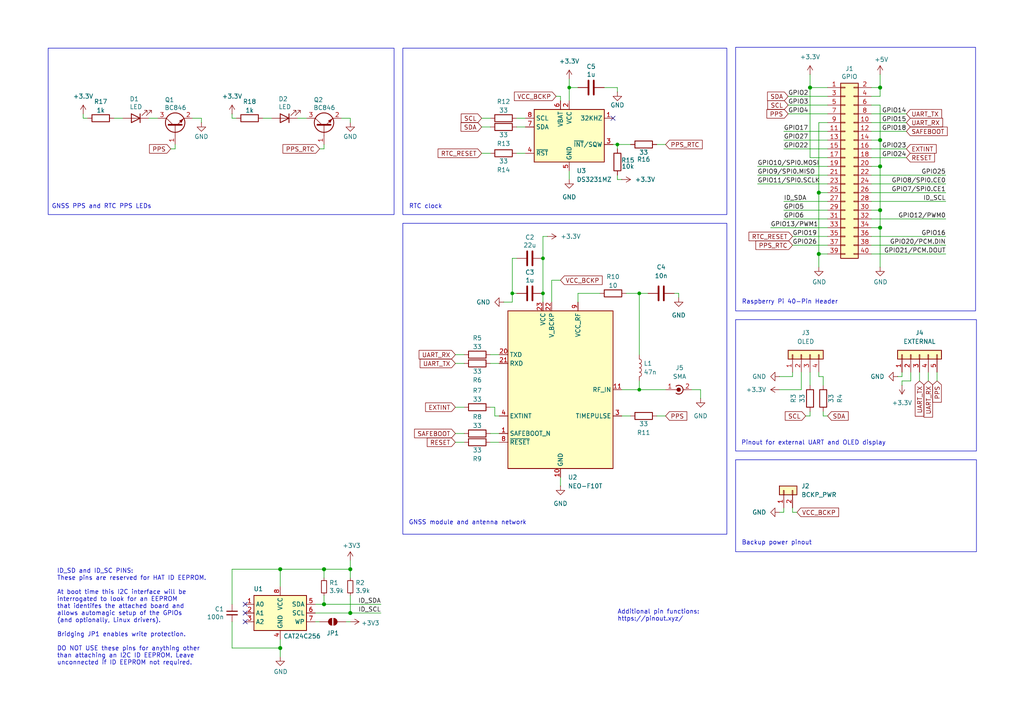
<source format=kicad_sch>
(kicad_sch (version 20250114) (generator "eeschema") (generator_version "9.0")
  (paper "A4")
  (title_block (date "15 nov 2012"))
  (lib_symbols
    (symbol "Connector:Conn_Coaxial_Power" (pin_names (offset 1.016) (hide yes))
      (property "Reference" "J" (at -5.08 -1.27 90))
      (property "Value" "Conn_Coaxial_Power" (at -3.175 -1.27 90))
      (symbol "Conn_Coaxial_Power_1_1"
        (pin passive line (at 0 2.54 270) (length 2.54) (name "In") (number "1"))
        (pin passive line (at 0 -5.08 90) (length 2.54) (name "Ext") (number "2"))
      )
    )
    (symbol "Connector_Generic:Conn_01x02" (pin_names (offset 1.016) (hide yes))
      (property "Reference" "J" (at 0 2.54 0))
      (property "Value" "Conn_01x02" (at 0 -5.08 0))
      (symbol "Conn_01x02_1_1"
        (pin passive line (at -5.08 0 0) (length 3.81) (name "Pin_1") (number "1"))
        (pin passive line (at -5.08 -2.54 0) (length 3.81) (name "Pin_2") (number "2"))
      )
    )
    (symbol "Connector_Generic:Conn_01x04" (pin_names (offset 1.016) (hide yes))
      (property "Reference" "J" (at 0 5.08 0))
      (property "Value" "Conn_01x04" (at 0 -7.62 0))
      (symbol "Conn_01x04_1_1"
        (pin passive line (at -5.08 2.54 0) (length 3.81) (name "Pin_1") (number "1"))
        (pin passive line (at -5.08 0 0) (length 3.81) (name "Pin_2") (number "2"))
        (pin passive line (at -5.08 -2.54 0) (length 3.81) (name "Pin_3") (number "3"))
        (pin passive line (at -5.08 -5.08 0) (length 3.81) (name "Pin_4") (number "4"))
      )
    )
    (symbol "Connector_Generic:Conn_01x05" (pin_names (offset 1.016) (hide yes))
      (property "Reference" "J" (at 0 7.62 0))
      (property "Value" "Conn_01x05" (at 0 -7.62 0))
      (symbol "Conn_01x05_1_1"
        (pin passive line (at -5.08 5.08 0) (length 3.81) (name "Pin_1") (number "1"))
        (pin passive line (at -5.08 2.54 0) (length 3.81) (name "Pin_2") (number "2"))
        (pin passive line (at -5.08 0 0) (length 3.81) (name "Pin_3") (number "3"))
        (pin passive line (at -5.08 -2.54 0) (length 3.81) (name "Pin_4") (number "4"))
        (pin passive line (at -5.08 -5.08 0) (length 3.81) (name "Pin_5") (number "5"))
      )
    )
    (symbol "Connector_Generic:Conn_02x20_Odd_Even" (pin_names (offset 1.016) (hide yes))
      (property "Reference" "J" (at 1.27 25.4 0))
      (property "Value" "Conn_02x20_Odd_Even" (at 1.27 -27.94 0))
      (symbol "Conn_02x20_Odd_Even_1_1"
        (pin passive line (at -5.08 22.86 0) (length 3.81) (name "Pin_1") (number "1"))
        (pin passive line (at -5.08 20.32 0) (length 3.81) (name "Pin_3") (number "3"))
        (pin passive line (at -5.08 17.78 0) (length 3.81) (name "Pin_5") (number "5"))
        (pin passive line (at -5.08 15.24 0) (length 3.81) (name "Pin_7") (number "7"))
        (pin passive line (at -5.08 12.7 0) (length 3.81) (name "Pin_9") (number "9"))
        (pin passive line (at -5.08 10.16 0) (length 3.81) (name "Pin_11") (number "11"))
        (pin passive line (at -5.08 7.62 0) (length 3.81) (name "Pin_13") (number "13"))
        (pin passive line (at -5.08 5.08 0) (length 3.81) (name "Pin_15") (number "15"))
        (pin passive line (at -5.08 2.54 0) (length 3.81) (name "Pin_17") (number "17"))
        (pin passive line (at -5.08 0 0) (length 3.81) (name "Pin_19") (number "19"))
        (pin passive line (at -5.08 -2.54 0) (length 3.81) (name "Pin_21") (number "21"))
        (pin passive line (at -5.08 -5.08 0) (length 3.81) (name "Pin_23") (number "23"))
        (pin passive line (at -5.08 -7.62 0) (length 3.81) (name "Pin_25") (number "25"))
        (pin passive line (at -5.08 -10.16 0) (length 3.81) (name "Pin_27") (number "27"))
        (pin passive line (at -5.08 -12.7 0) (length 3.81) (name "Pin_29") (number "29"))
        (pin passive line (at -5.08 -15.24 0) (length 3.81) (name "Pin_31") (number "31"))
        (pin passive line (at -5.08 -17.78 0) (length 3.81) (name "Pin_33") (number "33"))
        (pin passive line (at -5.08 -20.32 0) (length 3.81) (name "Pin_35") (number "35"))
        (pin passive line (at -5.08 -22.86 0) (length 3.81) (name "Pin_37") (number "37"))
        (pin passive line (at -5.08 -25.4 0) (length 3.81) (name "Pin_39") (number "39"))
        (pin passive line (at 7.62 22.86 180) (length 3.81) (name "Pin_2") (number "2"))
        (pin passive line (at 7.62 20.32 180) (length 3.81) (name "Pin_4") (number "4"))
        (pin passive line (at 7.62 17.78 180) (length 3.81) (name "Pin_6") (number "6"))
        (pin passive line (at 7.62 15.24 180) (length 3.81) (name "Pin_8") (number "8"))
        (pin passive line (at 7.62 12.7 180) (length 3.81) (name "Pin_10") (number "10"))
        (pin passive line (at 7.62 10.16 180) (length 3.81) (name "Pin_12") (number "12"))
        (pin passive line (at 7.62 7.62 180) (length 3.81) (name "Pin_14") (number "14"))
        (pin passive line (at 7.62 5.08 180) (length 3.81) (name "Pin_16") (number "16"))
        (pin passive line (at 7.62 2.54 180) (length 3.81) (name "Pin_18") (number "18"))
        (pin passive line (at 7.62 0 180) (length 3.81) (name "Pin_20") (number "20"))
        (pin passive line (at 7.62 -2.54 180) (length 3.81) (name "Pin_22") (number "22"))
        (pin passive line (at 7.62 -5.08 180) (length 3.81) (name "Pin_24") (number "24"))
        (pin passive line (at 7.62 -7.62 180) (length 3.81) (name "Pin_26") (number "26"))
        (pin passive line (at 7.62 -10.16 180) (length 3.81) (name "Pin_28") (number "28"))
        (pin passive line (at 7.62 -12.7 180) (length 3.81) (name "Pin_30") (number "30"))
        (pin passive line (at 7.62 -15.24 180) (length 3.81) (name "Pin_32") (number "32"))
        (pin passive line (at 7.62 -17.78 180) (length 3.81) (name "Pin_34") (number "34"))
        (pin passive line (at 7.62 -20.32 180) (length 3.81) (name "Pin_36") (number "36"))
        (pin passive line (at 7.62 -22.86 180) (length 3.81) (name "Pin_38") (number "38"))
        (pin passive line (at 7.62 -25.4 180) (length 3.81) (name "Pin_40") (number "40"))
      )
    )
    (symbol "Device:C" (pin_numbers (hide yes)) (pin_names (offset 0.254))
      (property "Reference" "C" (at 0.635 2.54 0))
      (property "Value" "C" (at 0.635 -2.54 0))
      (symbol "C_1_1"
        (pin passive line (at 0 3.81 270) (length 2.794) (name "~") (number "1"))
        (pin passive line (at 0 -3.81 90) (length 2.794) (name "~") (number "2"))
      )
    )
    (symbol "Device:C_Small" (pin_numbers (hide yes)) (pin_names (offset 0.254) (hide yes))
      (property "Reference" "C" (at 0.254 1.778 0))
      (property "Value" "C_Small" (at 0.254 -2.032 0))
      (symbol "C_Small_1_1"
        (pin passive line (at 0 2.54 270) (length 2.032) (name "~") (number "1"))
        (pin passive line (at 0 -2.54 90) (length 2.032) (name "~") (number "2"))
      )
    )
    (symbol "Device:L" (pin_numbers (hide yes)) (pin_names (offset 1.016) (hide yes))
      (property "Reference" "L" (at -1.27 0 90))
      (property "Value" "L" (at 1.905 0 90))
      (symbol "L_1_1"
        (pin passive line (at 0 3.81 270) (length 1.27) (name "1") (number "1"))
        (pin passive line (at 0 -3.81 90) (length 1.27) (name "2") (number "2"))
      )
    )
    (symbol "Device:LED" (pin_numbers (hide yes)) (pin_names (offset 1.016) (hide yes))
      (property "Reference" "D" (at 0 2.54 0))
      (property "Value" "LED" (at 0 -2.54 0))
      (symbol "LED_1_1"
        (pin passive line (at -3.81 0 0) (length 2.54) (name "K") (number "1"))
        (pin passive line (at 3.81 0 180) (length 2.54) (name "A") (number "2"))
      )
    )
    (symbol "Device:R" (pin_numbers (hide yes)) (pin_names (offset 0))
      (property "Reference" "R" (at 2.032 0 90))
      (property "Value" "R" (at 0 0 90))
      (symbol "R_1_1"
        (pin passive line (at 0 3.81 270) (length 1.27) (name "~") (number "1"))
        (pin passive line (at 0 -3.81 90) (length 1.27) (name "~") (number "2"))
      )
    )
    (symbol "Device:R_Small" (pin_numbers (hide yes)) (pin_names (offset 0.254) (hide yes))
      (property "Reference" "R" (at 0.762 0.508 0))
      (property "Value" "R_Small" (at 0.762 -1.016 0))
      (symbol "R_Small_1_1"
        (pin passive line (at 0 2.54 270) (length 0.762) (name "~") (number "1"))
        (pin passive line (at 0 -2.54 90) (length 0.762) (name "~") (number "2"))
      )
    )
    (symbol "Jumper:SolderJumper_2_Open" (pin_numbers (hide yes)) (pin_names (offset 0) (hide yes)) (exclude_from_sim yes) (in_bom no)
      (property "Reference" "JP" (at 0 2.032 0))
      (property "Value" "SolderJumper_2_Open" (at 0 -2.54 0))
      (symbol "SolderJumper_2_Open_1_1"
        (pin passive line (at -3.81 0 0) (length 2.54) (name "A") (number "1"))
        (pin passive line (at 3.81 0 180) (length 2.54) (name "B") (number "2"))
      )
    )
    (symbol "Memory_EEPROM:CAT24C256"
      (property "Reference" "U" (at -6.35 6.35 0))
      (property "Value" "CAT24C256" (at 1.27 6.35 0))
      (symbol "CAT24C256_1_1"
        (pin input line (at -10.16 2.54 0) (length 2.54) (name "A0") (number "1"))
        (pin input line (at -10.16 0 0) (length 2.54) (name "A1") (number "2"))
        (pin input line (at -10.16 -2.54 0) (length 2.54) (name "A2") (number "3"))
        (pin power_in line (at 0 7.62 270) (length 2.54) (name "VCC") (number "8"))
        (pin power_in line (at 0 -7.62 90) (length 2.54) (name "GND") (number "4"))
        (pin bidirectional line (at 10.16 2.54 180) (length 2.54) (name "SDA") (number "5"))
        (pin input line (at 10.16 0 180) (length 2.54) (name "SCL") (number "6"))
        (pin input line (at 10.16 -2.54 180) (length 2.54) (name "WP") (number "7"))
      )
    )
    (symbol "Timer_RTC:DS3231MZ"
      (property "Reference" "U" (at -7.62 8.89 0))
      (property "Value" "DS3231MZ" (at 11.43 8.89 0))
      (symbol "DS3231MZ_1_1"
        (pin input line (at -12.7 5.08 0) (length 2.54) (name "SCL") (number "8"))
        (pin bidirectional line (at -12.7 2.54 0) (length 2.54) (name "SDA") (number "7"))
        (pin bidirectional line (at -12.7 -5.08 0) (length 2.54) (name "~{RST}") (number "4"))
        (pin power_in line (at -2.54 10.16 270) (length 2.54) (name "VBAT") (number "6"))
        (pin power_in line (at 0 10.16 270) (length 2.54) (name "VCC") (number "2"))
        (pin power_in line (at 0 -10.16 90) (length 2.54) (name "GND") (number "5"))
        (pin open_collector line (at 12.7 5.08 180) (length 2.54) (name "32KHZ") (number "1"))
        (pin open_collector line (at 12.7 -2.54 180) (length 2.54) (name "~{INT}/SQW") (number "3"))
      )
    )
    (symbol "Transistor_BJT:BC846" (pin_names (offset 0) (hide yes))
      (property "Reference" "Q" (at 5.08 1.905 0))
      (property "Value" "BC846" (at 5.08 0 0))
      (symbol "BC846_1_1"
        (pin input line (at -5.08 0 0) (length 2.54) (name "B") (number "1"))
        (pin passive line (at 2.54 5.08 270) (length 2.54) (name "C") (number "3"))
        (pin passive line (at 2.54 -5.08 90) (length 2.54) (name "E") (number "2"))
      )
    )
    (symbol "neo-f10t:NEO-F10T"
      (property "Reference" "U" (at -13.97 24.13 0))
      (property "Value" "NEO-F10T" (at 11.43 24.13 0))
      (symbol "NEO-F10T_1_1"
        (pin output line (at -17.78 10.16 0) (length 2.54) (name "TXD") (number "20"))
        (pin input line (at -17.78 7.62 0) (length 2.54) (name "RXD") (number "21"))
        (pin input line (at -17.78 -7.62 0) (length 2.54) (name "EXTINT") (number "4"))
        (pin bidirectional line (at -17.78 -12.7 0) (length 2.54) (name "SAFEBOOT_N") (number "1"))
        (pin input line (at -17.78 -15.24 0) (length 2.54) (name "~{RESET}") (number "8"))
        (pin no_connect line (at -15.24 17.78 0) (length 2.54) (hide yes) (name "RESERVED") (number "5"))
        (pin no_connect line (at -15.24 15.24 0) (length 2.54) (hide yes) (name "RESERVED") (number "6"))
        (pin no_connect line (at -15.24 2.54 0) (length 2.54) (hide yes) (name "RESERVED") (number "18"))
        (pin no_connect line (at -15.24 0 0) (length 2.54) (hide yes) (name "RESERVED") (number "19"))
        (pin no_connect line (at -15.24 -5.08 0) (length 2.54) (hide yes) (name "RESERVED") (number "15"))
        (pin no_connect line (at -15.24 -17.78 0) (length 2.54) (hide yes) (name "RESERVED") (number "2"))
        (pin power_in line (at -5.08 25.4 270) (length 2.54) (name "VCC") (number "23"))
        (pin power_in line (at -2.54 25.4 270) (length 2.54) (name "V_BCKP") (number "22"))
        (pin no_connect line (at 0 22.86 270) (length 2.54) (hide yes) (name "RESERVED") (number "7"))
        (pin power_in line (at 0 -25.4 90) (length 2.54) (name "GND") (number "10"))
        (pin passive line (at 0 -25.4 90) (length 2.54) (hide yes) (name "GND") (number "12"))
        (pin passive line (at 0 -25.4 90) (length 2.54) (hide yes) (name "GND") (number "13"))
        (pin passive line (at 0 -25.4 90) (length 2.54) (hide yes) (name "GND") (number "24"))
        (pin power_out line (at 5.08 25.4 270) (length 2.54) (name "VCC_RF") (number "9"))
        (pin no_connect line (at 15.24 5.08 180) (length 2.54) (hide yes) (name "RESERVED") (number "14"))
        (pin no_connect line (at 15.24 -10.16 180) (length 2.54) (hide yes) (name "RESERVED") (number "16"))
        (pin no_connect line (at 15.24 -12.7 180) (length 2.54) (hide yes) (name "RESERVED") (number "17"))
        (pin input line (at 17.78 0 180) (length 2.54) (name "RF_IN") (number "11"))
        (pin output line (at 17.78 -7.62 180) (length 2.54) (name "TIMEPULSE") (number "3"))
      )
    )
    (symbol "power:+3.3V" (power) (pin_numbers (hide yes)) (pin_names (offset 0) (hide yes))
      (property "Value" "+3.3V" (at 0 3.556 0))
      (symbol "+3.3V_1_1"
        (pin power_in line (at 0 0 90) (length 0) (name "~") (number "1"))
      )
    )
    (symbol "power:+5V" (power) (pin_numbers (hide yes)) (pin_names (offset 0) (hide yes))
      (property "Value" "+5V" (at 0 3.556 0))
      (symbol "+5V_1_1"
        (pin power_in line (at 0 0 90) (length 0) (name "~") (number "1"))
      )
    )
    (symbol "power:GND" (power) (pin_numbers (hide yes)) (pin_names (offset 0) (hide yes))
      (property "Value" "GND" (at 0 -3.81 0))
      (symbol "GND_1_1"
        (pin power_in line (at 0 0 270) (length 0) (name "~") (number "1"))
      )
    )
  )
  (rectangle (start 213.36 92.71) (end 283.21 130.81))
  (rectangle (start 213.36 13.716) (end 282.956 90.17))
  (rectangle (start 116.84 13.97) (end 210.82 62.23))
  (rectangle (start 13.97 13.97) (end 114.3 62.23))
  (rectangle (start 213.36 133.35) (end 283.21 160.02))
  (rectangle (start 116.84 64.77) (end 210.82 154.94))
  (text "RTC clock" (at 123.444 59.944 0) (effects (font (size 1.27 1.27))))
  (text "GNSS PPS and RTC PPS LEDs\n" (at 29.464 59.944 0) (effects (font (size 1.27 1.27))))
  (text "Additional pin functions:\nhttps://pinout.xyz/" (at 179.07 180.34 0) (effects (font (size 1.27 1.27)) (justify left bottom)))
  (text "Backup power pinout" (at 225.298 157.48 0) (effects (font (size 1.27 1.27))))
  (text "ID_SD and ID_SC PINS:\nThese pins are reserved for HAT ID EEPROM.\n\nAt boot time this I2C interface will be\ninterrogated to look for an EEPROM\nthat identifes the attached board and\nallows automagic setup of the GPIOs\n(and optionally, Linux drivers).\n\nBridging JP1 enables write protection.\n\nDO NOT USE these pins for anything other\nthan attaching an I2C ID EEPROM. Leave\nunconnected if ID EEPROM not required." (at 16.51 193.04 0) (effects (font (size 1.27 1.27)) (justify left bottom)))
  (text "Pinout for external UART and OLED display" (at 235.966 128.524 0) (effects (font (size 1.27 1.27))))
  (text "GNSS module and antenna network" (at 135.636 151.638 0) (effects (font (size 1.27 1.27))))
  (text "Raspberry Pi 40-Pin Header" (at 229.108 87.63 0) (effects (font (size 1.27 1.27))))
  (junction (at 93.98 175.26) (diameter 1.016))
  (junction (at 255.27 25.4) (diameter 1.016))
  (junction (at 81.28 187.96) (diameter 1.016))
  (junction (at 255.27 40.64) (diameter 1.016))
  (junction (at 81.28 165.1) (diameter 1.016))
  (junction (at 179.07 41.91))
  (junction (at 101.6 165.1) (diameter 1.016))
  (junction (at 157.48 74.93))
  (junction (at 165.1 25.4))
  (junction (at 237.49 73.66) (diameter 1.016))
  (junction (at 237.49 55.88) (diameter 1.016))
  (junction (at 185.42 113.03))
  (junction (at 255.27 66.04) (diameter 1.016))
  (junction (at 255.27 60.96) (diameter 1.016))
  (junction (at 255.27 48.26) (diameter 1.016))
  (junction (at 101.6 177.8) (diameter 1.016))
  (junction (at 157.48 85.09))
  (junction (at 185.42 85.09))
  (junction (at 148.59 85.09))
  (junction (at 234.95 25.4) (diameter 1.016))
  (junction (at 93.98 165.1) (diameter 1.016))
  (no_connect (at 71.12 175.26))
  (no_connect (at 71.12 177.8))
  (no_connect (at 71.12 180.34))
  (no_connect (at 177.8 34.29))
  (wire (pts (xy 237.49 55.88) (xy 237.49 73.66)))
  (wire (pts (xy 252.73 55.88) (xy 274.32 55.88)))
  (wire (pts (xy 196.85 86.36) (xy 196.85 85.09)))
  (wire (pts (xy 240.03 38.1) (xy 227.33 38.1)))
  (wire (pts (xy 81.28 165.1) (xy 93.98 165.1)))
  (wire (pts (xy 101.6 165.1) (xy 93.98 165.1)))
  (wire (pts (xy 101.6 167.64) (xy 101.6 165.1)))
  (wire (pts (xy 234.95 120.65) (xy 233.68 120.65)))
  (wire (pts (xy 58.42 34.29) (xy 58.42 35.56)))
  (wire (pts (xy 229.87 109.22) (xy 229.87 107.95)))
  (wire (pts (xy 227.33 148.59) (xy 227.33 147.32)))
  (wire (pts (xy 255.27 30.48) (xy 255.27 40.64)))
  (wire (pts (xy 255.27 48.26) (xy 252.73 48.26)))
  (wire (pts (xy 142.24 125.73) (xy 144.78 125.73)))
  (wire (pts (xy 92.71 43.18) (xy 93.98 43.18)))
  (wire (pts (xy 165.1 25.4) (xy 165.1 22.86)))
  (wire (pts (xy 149.86 44.45) (xy 152.4 44.45)))
  (wire (pts (xy 261.62 110.49) (xy 261.62 111.76)))
  (wire (pts (xy 255.27 60.96) (xy 255.27 66.04)))
  (wire (pts (xy 148.59 74.93) (xy 149.86 74.93)))
  (wire (pts (xy 226.06 109.22) (xy 229.87 109.22)))
  (wire (pts (xy 179.07 26.67) (xy 179.07 25.4)))
  (wire (pts (xy 148.59 85.09) (xy 148.59 74.93)))
  (wire (pts (xy 142.24 105.41) (xy 144.78 105.41)))
  (wire (pts (xy 143.51 118.11) (xy 143.51 120.65)))
  (wire (pts (xy 238.76 109.22) (xy 238.76 111.76)))
  (wire (pts (xy 180.34 52.07) (xy 179.07 52.07)))
  (wire (pts (xy 255.27 48.26) (xy 255.27 60.96)))
  (wire (pts (xy 252.73 33.02) (xy 262.89 33.02)))
  (wire (pts (xy 139.7 44.45) (xy 142.24 44.45)))
  (wire (pts (xy 237.49 35.56) (xy 237.49 55.88)))
  (wire (pts (xy 266.7 107.95) (xy 266.7 110.49)))
  (wire (pts (xy 91.44 175.26) (xy 93.98 175.26)))
  (wire (pts (xy 93.98 175.26) (xy 110.49 175.26)))
  (wire (pts (xy 24.13 34.29) (xy 25.4 34.29)))
  (wire (pts (xy 261.62 109.22) (xy 261.62 107.95)))
  (wire (pts (xy 157.48 87.63) (xy 157.48 85.09)))
  (wire (pts (xy 24.13 33.02) (xy 24.13 34.29)))
  (wire (pts (xy 237.49 35.56) (xy 240.03 35.56)))
  (wire (pts (xy 91.44 180.34) (xy 92.71 180.34)))
  (wire (pts (xy 100.33 180.34) (xy 101.6 180.34)))
  (wire (pts (xy 252.73 53.34) (xy 274.32 53.34)))
  (wire (pts (xy 49.53 43.18) (xy 50.8 43.18)))
  (wire (pts (xy 240.03 58.42) (xy 227.33 58.42)))
  (wire (pts (xy 234.95 120.65) (xy 234.95 119.38)))
  (wire (pts (xy 227.33 60.96) (xy 240.03 60.96)))
  (wire (pts (xy 179.07 52.07) (xy 179.07 50.8)))
  (wire (pts (xy 148.59 87.63) (xy 148.59 85.09)))
  (wire (pts (xy 149.86 34.29) (xy 152.4 34.29)))
  (wire (pts (xy 240.03 120.65) (xy 238.76 120.65)))
  (wire (pts (xy 101.6 34.29) (xy 101.6 35.56)))
  (wire (pts (xy 237.49 55.88) (xy 240.03 55.88)))
  (wire (pts (xy 101.6 162.56) (xy 101.6 165.1)))
  (wire (pts (xy 252.73 43.18) (xy 262.89 43.18)))
  (wire (pts (xy 81.28 165.1) (xy 81.28 170.18)))
  (wire (pts (xy 162.56 27.94) (xy 161.29 27.94)))
  (wire (pts (xy 226.06 148.59) (xy 227.33 148.59)))
  (wire (pts (xy 142.24 128.27) (xy 144.78 128.27)))
  (wire (pts (xy 139.7 36.83) (xy 142.24 36.83)))
  (wire (pts (xy 252.73 73.66) (xy 274.32 73.66)))
  (wire (pts (xy 237.49 73.66) (xy 237.49 77.47)))
  (wire (pts (xy 227.33 40.64) (xy 240.03 40.64)))
  (wire (pts (xy 101.6 172.72) (xy 101.6 177.8)))
  (wire (pts (xy 157.48 68.58) (xy 158.75 68.58)))
  (wire (pts (xy 234.95 21.59) (xy 234.95 25.4)))
  (wire (pts (xy 226.06 113.03) (xy 232.41 113.03)))
  (wire (pts (xy 180.34 113.03) (xy 185.42 113.03)))
  (wire (pts (xy 271.78 107.95) (xy 271.78 110.49)))
  (wire (pts (xy 177.8 41.91) (xy 179.07 41.91)))
  (wire (pts (xy 43.18 34.29) (xy 45.72 34.29)))
  (wire (pts (xy 203.2 113.03) (xy 200.66 113.03)))
  (wire (pts (xy 255.27 66.04) (xy 252.73 66.04)))
  (wire (pts (xy 33.02 34.29) (xy 35.56 34.29)))
  (wire (pts (xy 185.42 113.03) (xy 193.04 113.03)))
  (wire (pts (xy 67.31 34.29) (xy 68.58 34.29)))
  (wire (pts (xy 228.6 30.48) (xy 240.03 30.48)))
  (wire (pts (xy 165.1 49.53) (xy 165.1 52.07)))
  (wire (pts (xy 181.61 85.09) (xy 185.42 85.09)))
  (wire (pts (xy 219.71 53.34) (xy 240.03 53.34)))
  (wire (pts (xy 261.62 110.49) (xy 264.16 110.49)))
  (wire (pts (xy 234.95 45.72) (xy 240.03 45.72)))
  (wire (pts (xy 101.6 34.29) (xy 99.06 34.29)))
  (wire (pts (xy 240.03 27.94) (xy 228.6 27.94)))
  (wire (pts (xy 260.35 109.22) (xy 261.62 109.22)))
  (wire (pts (xy 255.27 25.4) (xy 255.27 27.94)))
  (wire (pts (xy 132.08 118.11) (xy 134.62 118.11)))
  (wire (pts (xy 160.02 81.28) (xy 162.56 81.28)))
  (wire (pts (xy 196.85 85.09) (xy 195.58 85.09)))
  (wire (pts (xy 229.87 148.59) (xy 229.87 147.32)))
  (wire (pts (xy 255.27 40.64) (xy 255.27 48.26)))
  (wire (pts (xy 252.73 38.1) (xy 262.89 38.1)))
  (wire (pts (xy 255.27 40.64) (xy 252.73 40.64)))
  (wire (pts (xy 162.56 29.21) (xy 162.56 27.94)))
  (wire (pts (xy 255.27 21.59) (xy 255.27 25.4)))
  (wire (pts (xy 228.6 33.02) (xy 240.03 33.02)))
  (wire (pts (xy 93.98 165.1) (xy 93.98 167.64)))
  (wire (pts (xy 255.27 25.4) (xy 252.73 25.4)))
  (wire (pts (xy 229.87 68.58) (xy 240.03 68.58)))
  (wire (pts (xy 234.95 25.4) (xy 234.95 45.72)))
  (wire (pts (xy 252.73 45.72) (xy 262.89 45.72)))
  (wire (pts (xy 142.24 118.11) (xy 143.51 118.11)))
  (wire (pts (xy 252.73 35.56) (xy 262.89 35.56)))
  (wire (pts (xy 50.8 43.18) (xy 50.8 41.91)))
  (wire (pts (xy 93.98 172.72) (xy 93.98 175.26)))
  (wire (pts (xy 185.42 102.87) (xy 185.42 85.09)))
  (wire (pts (xy 76.2 34.29) (xy 78.74 34.29)))
  (wire (pts (xy 91.44 177.8) (xy 101.6 177.8)))
  (wire (pts (xy 101.6 177.8) (xy 110.49 177.8)))
  (wire (pts (xy 238.76 120.65) (xy 238.76 119.38)))
  (wire (pts (xy 227.33 43.18) (xy 240.03 43.18)))
  (wire (pts (xy 157.48 74.93) (xy 157.48 85.09)))
  (wire (pts (xy 219.71 50.8) (xy 240.03 50.8)))
  (wire (pts (xy 167.64 25.4) (xy 165.1 25.4)))
  (wire (pts (xy 132.08 102.87) (xy 134.62 102.87)))
  (wire (pts (xy 269.24 107.95) (xy 269.24 110.49)))
  (wire (pts (xy 139.7 34.29) (xy 142.24 34.29)))
  (wire (pts (xy 234.95 107.95) (xy 234.95 111.76)))
  (wire (pts (xy 227.33 63.5) (xy 240.03 63.5)))
  (wire (pts (xy 58.42 34.29) (xy 55.88 34.29)))
  (wire (pts (xy 255.27 27.94) (xy 252.73 27.94)))
  (wire (pts (xy 193.04 120.65) (xy 190.5 120.65)))
  (wire (pts (xy 67.31 33.02) (xy 67.31 34.29)))
  (wire (pts (xy 252.73 68.58) (xy 274.32 68.58)))
  (wire (pts (xy 93.98 43.18) (xy 93.98 41.91)))
  (wire (pts (xy 252.73 63.5) (xy 274.32 63.5)))
  (wire (pts (xy 237.49 73.66) (xy 240.03 73.66)))
  (wire (pts (xy 143.51 120.65) (xy 144.78 120.65)))
  (wire (pts (xy 238.76 109.22) (xy 237.49 109.22)))
  (wire (pts (xy 252.73 71.12) (xy 274.32 71.12)))
  (wire (pts (xy 132.08 105.41) (xy 134.62 105.41)))
  (wire (pts (xy 264.16 110.49) (xy 264.16 107.95)))
  (wire (pts (xy 255.27 30.48) (xy 252.73 30.48)))
  (wire (pts (xy 229.87 71.12) (xy 240.03 71.12)))
  (wire (pts (xy 185.42 110.49) (xy 185.42 113.03)))
  (wire (pts (xy 157.48 68.58) (xy 157.48 74.93)))
  (wire (pts (xy 175.26 25.4) (xy 179.07 25.4)))
  (wire (pts (xy 232.41 113.03) (xy 232.41 107.95)))
  (wire (pts (xy 203.2 115.57) (xy 203.2 113.03)))
  (wire (pts (xy 67.31 165.1) (xy 67.31 175.26)))
  (wire (pts (xy 67.31 180.34) (xy 67.31 187.96)))
  (wire (pts (xy 67.31 187.96) (xy 81.28 187.96)))
  (wire (pts (xy 81.28 165.1) (xy 67.31 165.1)))
  (wire (pts (xy 132.08 125.73) (xy 134.62 125.73)))
  (wire (pts (xy 81.28 185.42) (xy 81.28 187.96)))
  (wire (pts (xy 81.28 187.96) (xy 81.28 190.5)))
  (wire (pts (xy 237.49 109.22) (xy 237.49 107.95)))
  (wire (pts (xy 231.14 148.59) (xy 229.87 148.59)))
  (wire (pts (xy 162.56 138.43) (xy 162.56 140.97)))
  (wire (pts (xy 179.07 43.18) (xy 179.07 41.91)))
  (wire (pts (xy 167.64 85.09) (xy 173.99 85.09)))
  (wire (pts (xy 255.27 66.04) (xy 255.27 77.47)))
  (wire (pts (xy 167.64 87.63) (xy 167.64 85.09)))
  (wire (pts (xy 252.73 50.8) (xy 274.32 50.8)))
  (wire (pts (xy 240.03 66.04) (xy 223.52 66.04)))
  (wire (pts (xy 146.05 87.63) (xy 148.59 87.63)))
  (wire (pts (xy 160.02 81.28) (xy 160.02 87.63)))
  (wire (pts (xy 165.1 25.4) (xy 165.1 29.21)))
  (wire (pts (xy 187.96 85.09) (xy 185.42 85.09)))
  (wire (pts (xy 86.36 34.29) (xy 88.9 34.29)))
  (wire (pts (xy 148.59 85.09) (xy 149.86 85.09)))
  (wire (pts (xy 255.27 60.96) (xy 252.73 60.96)))
  (wire (pts (xy 234.95 25.4) (xy 240.03 25.4)))
  (wire (pts (xy 132.08 128.27) (xy 134.62 128.27)))
  (wire (pts (xy 190.5 41.91) (xy 193.04 41.91)))
  (wire (pts (xy 142.24 102.87) (xy 144.78 102.87)))
  (wire (pts (xy 180.34 120.65) (xy 182.88 120.65)))
  (wire (pts (xy 240.03 48.26) (xy 219.71 48.26)))
  (wire (pts (xy 252.73 58.42) (xy 274.32 58.42)))
  (wire (pts (xy 179.07 41.91) (xy 182.88 41.91)))
  (wire (pts (xy 149.86 36.83) (xy 152.4 36.83)))
  (label "ID_SDA" (at 227.33 58.42 0))
  (label "GPIO6" (at 227.33 63.5 0))
  (label "ID_SDA" (at 110.49 175.26 180))
  (label "ID_SCL" (at 274.32 58.42 180))
  (label "GPIO5" (at 227.33 60.96 0))
  (label "GPIO21{slash}PCM.DOUT" (at 274.32 73.66 180))
  (label "GPIO19" (at 229.87 68.58 0))
  (label "GPIO10{slash}SPI0.MOSI" (at 219.71 48.26 0))
  (label "GPIO9{slash}SPI0.MISO" (at 219.71 50.8 0))
  (label "GPIO23" (at 262.89 43.18 180))
  (label "GPIO4" (at 228.6 33.02 0))
  (label "GPIO27" (at 227.33 40.64 0))
  (label "GPIO26" (at 229.87 71.12 0))
  (label "GPIO14" (at 262.89 33.02 180))
  (label "GPIO8{slash}SPI0.CE0" (at 274.32 53.34 180))
  (label "GPIO15" (at 262.89 35.56 180))
  (label "GPIO16" (at 274.32 68.58 180))
  (label "GPIO22" (at 227.33 43.18 0))
  (label "GPIO2" (at 228.6 27.94 0))
  (label "GPIO17" (at 227.33 38.1 0))
  (label "GPIO25" (at 274.32 50.8 180))
  (label "GPIO3" (at 228.6 30.48 0))
  (label "GPIO18" (at 262.89 38.1 180))
  (label "GPIO12{slash}PWM0" (at 274.32 63.5 180))
  (label "GPIO13{slash}PWM1" (at 223.52 66.04 0))
  (label "GPIO20{slash}PCM.DIN" (at 274.32 71.12 180))
  (label "GPIO24" (at 262.89 45.72 180))
  (label "GPIO7{slash}SPI0.CE1" (at 274.32 55.88 180))
  (label "ID_SCL" (at 110.49 177.8 180))
  (label "GPIO11{slash}SPI0.SCLK" (at 219.71 53.34 0))
  (global_label "SAFEBOOT" (shape input) (at 132.08 125.73 180) (property "Intersheetrefs" "${INTERSHEET_REFS}" (effects (hide yes))))
  (global_label "RESET" (shape input) (at 132.08 128.27 180) (property "Intersheetrefs" "${INTERSHEET_REFS}" (effects (hide yes))))
  (global_label "UART_RX" (shape input) (at 269.24 110.49 270) (property "Intersheetrefs" "${INTERSHEET_REFS}" (effects (hide yes))))
  (global_label "UART_TX" (shape input) (at 262.89 33.02 0) (property "Intersheetrefs" "${INTERSHEET_REFS}" (effects (hide yes))))
  (global_label "PPS" (shape input) (at 228.6 33.02 180) (property "Intersheetrefs" "${INTERSHEET_REFS}" (effects (hide yes))))
  (global_label "VCC_BCKP" (shape input) (at 231.14 148.59 0) (property "Intersheetrefs" "${INTERSHEET_REFS}" (effects (hide yes))))
  (global_label "PPS_RTC" (shape input) (at 229.87 71.12 180) (property "Intersheetrefs" "${INTERSHEET_REFS}" (effects (hide yes))))
  (global_label "SCL" (shape input) (at 228.6 30.48 180) (property "Intersheetrefs" "${INTERSHEET_REFS}" (effects (hide yes))))
  (global_label "VCC_BCKP" (shape input) (at 161.29 27.94 180) (property "Intersheetrefs" "${INTERSHEET_REFS}" (effects (hide yes))))
  (global_label "UART_RX" (shape input) (at 262.89 35.56 0) (property "Intersheetrefs" "${INTERSHEET_REFS}" (effects (hide yes))))
  (global_label "UART_RX" (shape input) (at 132.08 102.87 180) (property "Intersheetrefs" "${INTERSHEET_REFS}" (effects (hide yes))))
  (global_label "SAFEBOOT" (shape input) (at 262.89 38.1 0) (property "Intersheetrefs" "${INTERSHEET_REFS}" (effects (hide yes))))
  (global_label "PPS" (shape input) (at 271.78 110.49 270) (property "Intersheetrefs" "${INTERSHEET_REFS}" (effects (hide yes))))
  (global_label "RTC_RESET" (shape input) (at 229.87 68.58 180) (property "Intersheetrefs" "${INTERSHEET_REFS}" (effects (hide yes))))
  (global_label "SCL" (shape input) (at 233.68 120.65 180) (property "Intersheetrefs" "${INTERSHEET_REFS}" (effects (hide yes))))
  (global_label "PPS_RTC" (shape input) (at 193.04 41.91 0) (property "Intersheetrefs" "${INTERSHEET_REFS}" (effects (hide yes))))
  (global_label "PPS" (shape input) (at 193.04 120.65 0) (property "Intersheetrefs" "${INTERSHEET_REFS}" (effects (hide yes))))
  (global_label "RESET" (shape input) (at 262.89 45.72 0) (property "Intersheetrefs" "${INTERSHEET_REFS}" (effects (hide yes))))
  (global_label "UART_TX" (shape input) (at 266.7 110.49 270) (property "Intersheetrefs" "${INTERSHEET_REFS}" (effects (hide yes))))
  (global_label "SDA" (shape input) (at 228.6 27.94 180) (property "Intersheetrefs" "${INTERSHEET_REFS}" (effects (hide yes))))
  (global_label "RTC_RESET" (shape input) (at 139.7 44.45 180) (property "Intersheetrefs" "${INTERSHEET_REFS}" (effects (hide yes))))
  (global_label "EXTINT" (shape input) (at 132.08 118.11 180) (property "Intersheetrefs" "${INTERSHEET_REFS}" (effects (hide yes))))
  (global_label "PPS" (shape input) (at 49.53 43.18 180) (property "Intersheetrefs" "${INTERSHEET_REFS}" (effects (hide yes))))
  (global_label "EXTINT" (shape input) (at 262.89 43.18 0) (property "Intersheetrefs" "${INTERSHEET_REFS}" (effects (hide yes))))
  (global_label "SCL" (shape input) (at 139.7 34.29 180) (property "Intersheetrefs" "${INTERSHEET_REFS}" (effects (hide yes))))
  (global_label "SDA" (shape input) (at 240.03 120.65 0) (property "Intersheetrefs" "${INTERSHEET_REFS}" (effects (hide yes))))
  (global_label "UART_TX" (shape input) (at 132.08 105.41 180) (property "Intersheetrefs" "${INTERSHEET_REFS}" (effects (hide yes))))
  (global_label "SDA" (shape input) (at 139.7 36.83 180) (property "Intersheetrefs" "${INTERSHEET_REFS}" (effects (hide yes))))
  (global_label "PPS_RTC" (shape input) (at 92.71 43.18 180) (property "Intersheetrefs" "${INTERSHEET_REFS}" (effects (hide yes))))
  (global_label "VCC_BCKP" (shape input) (at 162.56 81.28 0) (property "Intersheetrefs" "${INTERSHEET_REFS}" (effects (hide yes))))
  (symbol (lib_id "power:+5V") (at 255.27 21.59 0) (unit 1)
    (property "Reference" "#PWR01" (effects (hide yes)))
    (property "Value" "+5V" (at 255.6383 17.2656 0))
    (property "Description" "Power symbol creates a global label with name \"+5V\"" (effects (hide yes)))
  )
  (symbol (lib_id "power:GND") (at 255.27 77.47 0) (unit 1)
    (property "Reference" "#PWR02" (effects (hide yes)))
    (property "Value" "GND" (at 255.3843 81.7944 0))
    (property "Description" "Power symbol creates a global label with name \"GND\" , ground" (effects (hide yes)))
  )
  (symbol (lib_id "power:GND") (at 237.49 77.47 0) (unit 1)
    (property "Reference" "#PWR03" (effects (hide yes)))
    (property "Value" "GND" (at 237.6043 81.7944 0))
    (property "Description" "Power symbol creates a global label with name \"GND\" , ground" (effects (hide yes)))
  )
  (symbol (lib_id "Connector_Generic:Conn_02x20_Odd_Even") (at 245.11 48.26 0) (unit 1)
    (property "Reference" "J1" (at 246.38 19.9198 0))
    (property "Value" "GPIO" (at 246.38 22.225 0))
    (property "Footprint" "Connector_PinSocket_2.54mm:PinSocket_2x20_P2.54mm_Vertical" (effects (hide yes)))
    (property "Description" "Generic connector, double row, 02x20, odd/even pin numbering scheme (row 1 odd numbers, row 2 even numbers), script generated (kicad-library-utils/schlib/autogen/connector/)" (effects (hide yes)))
  )
  (symbol (lib_id "power:+3.3V") (at 234.95 21.59 0) (unit 1)
    (property "Reference" "#PWR0121" (effects (hide yes)))
    (property "Value" "+3.3V" (at 234.95 16.51 0))
    (property "Description" "Power symbol creates a global label with name \"+3.3V\"" (effects (hide yes)))
  )
  (symbol (lib_id "Device:C") (at 191.77 85.09 90) (unit 1)
    (property "Reference" "C4" (at 191.77 77.47 90))
    (property "Value" "10n" (at 191.77 80.01 90))
    (property "Footprint" "Capacitor_SMD:C_0805_2012Metric" (effects (hide yes)))
    (property "Description" "Unpolarized capacitor" (effects (hide yes)))
    (property "MFR" "791-0805N103G500CT" (effects (hide yes)))
  )
  (symbol (lib_id "neo-f10t:NEO-F10T") (at 162.56 113.03 0) (unit 1)
    (property "Reference" "U2" (at 164.7033 138.43 0) (effects (justify left)))
    (property "Value" "NEO-F10T" (at 164.7033 140.97 0) (effects (justify left)))
    (property "Footprint" "RF_GPS:ublox_NEO" (effects (hide yes)))
    (property "Datasheet" "https://content.u-blox.com/sites/default/files/documents/NEO-LEA-M8T-FW3_DataSheet_UBX-15025193.pdf" (effects (hide yes)))
    (property "Description" "GNSS Module NEO M8, VCC 2.7V to 3.6V" (effects (hide yes)))
    (property "MFR" "377-NEO-F10T-00B" (effects (hide yes)))
  )
  (symbol (lib_id "power:GND") (at 196.85 86.36 0) (unit 1)
    (property "Reference" "#PWR0111" (effects (hide yes)))
    (property "Value" "GND" (at 196.85 91.44 0))
    (property "Description" "Power symbol creates a global label with name \"GND\" , ground" (effects (hide yes)))
  )
  (symbol (lib_id "Device:C_Small") (at 67.31 177.8 0) (unit 1)
    (property "Reference" "C1" (at 64.9858 176.6506 0) (effects (justify right)))
    (property "Value" "100n" (at 64.9858 178.9493 0) (effects (justify right)))
    (property "Description" "Unpolarized capacitor, small symbol" (effects (hide yes)))
  )
  (symbol (lib_id "power:GND") (at 260.35 109.22 270) (unit 1)
    (property "Reference" "#PWR0120" (effects (hide yes)))
    (property "Value" "GND" (at 256.54 109.22 90) (effects (justify right)))
    (property "Description" "Power symbol creates a global label with name \"GND\" , ground" (effects (hide yes)))
  )
  (symbol (lib_id "Device:R") (at 177.8 85.09 90) (unit 1)
    (property "Reference" "R10" (at 177.8 80.264 90))
    (property "Value" "10" (at 177.8 82.804 90))
    (property "Footprint" "Resistor_SMD:R_0805_2012Metric" (effects (hide yes)))
    (property "Description" "Resistor" (effects (hide yes)))
    (property "MFR" "603-RT0805FRE1310RL" (effects (hide yes)))
  )
  (symbol (lib_id "power:+3.3V") (at 261.62 111.76 180) (unit 1)
    (property "Reference" "#PWR0117" (effects (hide yes)))
    (property "Value" "+3.3V" (at 261.62 116.84 0))
    (property "Description" "Power symbol creates a global label with name \"+3.3V\"" (effects (hide yes)))
  )
  (symbol (lib_id "Device:R") (at 179.07 46.99 0) (unit 1)
    (property "Reference" "R15" (at 182.118 46.482 0))
    (property "Value" "10k" (at 182.118 48.26 0))
    (property "Footprint" "Resistor_SMD:R_0805_2012Metric" (effects (hide yes)))
    (property "Description" "Resistor" (effects (hide yes)))
    (property "MFR" "603-RT0805FRE1310KL" (effects (hide yes)))
  )
  (symbol (lib_id "power:GND") (at 58.42 35.56 0) (unit 1)
    (property "Reference" "#PWR0114" (effects (hide yes)))
    (property "Value" "GND" (at 58.42 39.624 0))
    (property "Description" "Power symbol creates a global label with name \"GND\" , ground" (effects (hide yes)))
  )
  (symbol (lib_id "power:+3.3V") (at 165.1 22.86 0) (unit 1)
    (property "Reference" "#PWR0110" (effects (hide yes)))
    (property "Value" "+3.3V" (at 165.1 17.78 0))
    (property "Description" "Power symbol creates a global label with name \"+3.3V\"" (effects (hide yes)))
  )
  (symbol (lib_id "Device:R") (at 138.43 125.73 90) (unit 1)
    (property "Reference" "R8" (at 138.43 120.904 90))
    (property "Value" "33" (at 138.43 123.444 90))
    (property "Footprint" "Resistor_SMD:R_0603_1608Metric" (effects (hide yes)))
    (property "Description" "Resistor" (effects (hide yes)))
    (property "MFR" "603-RT0603FRE0733RL" (effects (hide yes)))
  )
  (symbol (lib_id "Device:R_Small") (at 93.98 170.18 0) (unit 1)
    (property "Reference" "R1" (at 95.4786 169.037 0) (effects (justify left)))
    (property "Value" "3.9k" (at 95.4787 171.3293 0) (effects (justify left)))
    (property "Description" "Resistor, small symbol" (effects (hide yes)))
  )
  (symbol (lib_id "Device:R") (at 186.69 41.91 270) (unit 1)
    (property "Reference" "R16" (at 186.69 46.228 90))
    (property "Value" "33" (at 186.69 44.196 90))
    (property "Footprint" "Resistor_SMD:R_0603_1608Metric" (effects (hide yes)))
    (property "Description" "Resistor" (effects (hide yes)))
    (property "MFR" "603-RT0603FRE0733RL" (effects (hide yes)))
  )
  (symbol (lib_id "power:+3.3V") (at 226.06 113.03 90) (unit 1)
    (property "Reference" "#PWR0119" (effects (hide yes)))
    (property "Value" "+3.3V" (at 222.25 113.0299 90) (effects (justify left)))
    (property "Description" "Power symbol creates a global label with name \"+3.3V\"" (effects (hide yes)))
  )
  (symbol (lib_id "Device:R") (at 29.21 34.29 90) (unit 1)
    (property "Reference" "R17" (at 29.21 29.464 90))
    (property "Value" "1k" (at 29.21 32.004 90))
    (property "Footprint" "Resistor_SMD:R_0805_2012Metric" (effects (hide yes)))
    (property "Description" "Resistor" (effects (hide yes)))
    (property "MFR" "603-RT0805DRD071KL" (effects (hide yes)))
  )
  (symbol (lib_id "Device:C") (at 171.45 25.4 90) (unit 1)
    (property "Reference" "C5" (at 171.45 19.304 90))
    (property "Value" "1u" (at 171.45 21.59 90))
    (property "Footprint" "Capacitor_SMD:C_0603_1608Metric" (effects (hide yes)))
    (property "Description" "Unpolarized capacitor" (effects (hide yes)))
    (property "MFR" "81-GRM188D72A105KE1D" (effects (hide yes)))
  )
  (symbol (lib_id "Connector:Conn_Coaxial_Power") (at 195.58 113.03 90) (unit 1)
    (property "Reference" "J5" (at 197.104 106.68 90))
    (property "Value" "SMA" (at 197.104 109.22 90))
    (property "Footprint" "Connector_Coaxial:SMA_Amphenol_132289_EdgeMount" (effects (hide yes)))
    (property "Description" "SMA" (effects (hide yes)))
    (property "MFR" "CON-SMA-EDGE-S" (effects (hide yes)))
  )
  (symbol (lib_id "Jumper:SolderJumper_2_Open") (at 96.52 180.34 0) (unit 1)
    (property "Reference" "JP1" (at 96.52 183.623 0))
    (property "Value" "ID_WP" (effects (hide yes)))
    (property "Description" "Solder Jumper, 2-pole, open" (effects (hide yes)))
  )
  (symbol (lib_id "Device:C") (at 153.67 74.93 90) (unit 1)
    (property "Reference" "C2" (at 153.67 68.834 90))
    (property "Value" "22u" (at 153.67 71.12 90))
    (property "Footprint" "Capacitor_SMD:C_0805_2012Metric" (effects (hide yes)))
    (property "Description" "Unpolarized capacitor" (effects (hide yes)))
    (property "MFR" "187-CL21A226MAYNNNE" (effects (hide yes)))
  )
  (symbol (lib_id "power:+3.3V") (at 67.31 33.02 0) (unit 1)
    (property "Reference" "#PWR05" (effects (hide yes)))
    (property "Value" "+3.3V" (at 67.31 27.94 0))
    (property "Description" "Power symbol creates a global label with name \"+3.3V\"" (effects (hide yes)))
  )
  (symbol (lib_id "Device:R") (at 138.43 105.41 270) (unit 1)
    (property "Reference" "R6" (at 138.43 110.236 90))
    (property "Value" "33" (at 138.43 107.696 90))
    (property "Footprint" "Resistor_SMD:R_0603_1608Metric" (effects (hide yes)))
    (property "Description" "Resistor" (effects (hide yes)))
    (property "MFR" "603-RT0603FRE0733RL" (effects (hide yes)))
  )
  (symbol (lib_id "power:GND") (at 146.05 87.63 270) (unit 1)
    (property "Reference" "#PWR0115" (effects (hide yes)))
    (property "Value" "GND" (at 142.24 87.6299 90) (effects (justify right)))
    (property "Description" "Power symbol creates a global label with name \"GND\" , ground" (effects (hide yes)))
  )
  (symbol (lib_id "Device:R_Small") (at 101.6 170.18 0) (unit 1)
    (property "Reference" "R2" (at 103.0986 169.037 0) (effects (justify left)))
    (property "Value" "3.9k" (at 103.0987 171.3293 0) (effects (justify left)))
    (property "Description" "Resistor, small symbol" (effects (hide yes)))
  )
  (symbol (lib_id "power:+3.3V") (at 101.6 162.56 0) (unit 1)
    (property "Reference" "#PWR0101" (effects (hide yes)))
    (property "Value" "+3V3" (at 101.9683 158.2356 0))
    (property "Description" "Power symbol creates a global label with name \"+3.3V\"" (effects (hide yes)))
  )
  (symbol (lib_id "Connector_Generic:Conn_01x04") (at 232.41 102.87 90) (unit 1)
    (property "Reference" "J3" (at 233.68 96.52 90))
    (property "Value" "OLED" (at 233.68 99.06 90))
    (property "Footprint" "Connector_PinSocket_2.54mm:PinSocket_1x04_P2.54mm_Vertical" (effects (hide yes)))
    (property "Description" "Generic connector, single row, 01x04, script generated (kicad-library-utils/schlib/autogen/connector/)" (effects (hide yes)))
  )
  (symbol (lib_id "Device:LED") (at 39.37 34.29 180) (unit 1)
    (property "Reference" "D1" (at 37.592 28.702 0) (effects (justify right)))
    (property "Value" "LED" (at 37.592 30.988 0) (effects (justify right)))
    (property "Footprint" "LED_SMD:LED_0603_1608Metric" (effects (hide yes)))
    (property "Description" "Light emitting diode" (effects (hide yes)))
    (property "Sim.Pins" "1=K 2=A" (effects (hide yes)))
    (property "MFR" "720-KRDELPS122A5163" (effects (hide yes)))
  )
  (symbol (lib_id "Connector_Generic:Conn_01x02") (at 227.33 142.24 90) (unit 1)
    (property "Reference" "J2" (at 232.41 140.9699 90) (effects (justify right)))
    (property "Value" "BCKP_PWR" (at 232.41 143.5099 90) (effects (justify right)))
    (property "Footprint" "Connector_PinHeader_2.54mm:PinHeader_1x02_P2.54mm_Vertical" (effects (hide yes)))
    (property "Description" "Generic connector, single row, 01x02, script generated (kicad-library-utils/schlib/autogen/connector/)" (effects (hide yes)))
  )
  (symbol (lib_id "power:GND") (at 162.56 140.97 0) (unit 1)
    (property "Reference" "#PWR0106" (effects (hide yes)))
    (property "Value" "GND" (at 162.56 146.05 0))
    (property "Description" "Power symbol creates a global label with name \"GND\" , ground" (effects (hide yes)))
  )
  (symbol (lib_id "Memory_EEPROM:CAT24C256") (at 81.28 177.8 0) (unit 1)
    (property "Reference" "U1" (at 74.93 170.7958 0))
    (property "Value" "CAT24C256" (at 87.63 184.5245 0))
    (property "Datasheet" "https://www.onsemi.cn/PowerSolutions/document/CAT24C256-D.PDF" (effects (hide yes)))
    (property "Description" "256 kb CMOS Serial EEPROM, DIP-8/SOIC-8/TSSOP-8/DFN-8" (effects (hide yes)))
  )
  (symbol (lib_id "power:GND") (at 226.06 109.22 270) (unit 1)
    (property "Reference" "#PWR0118" (effects (hide yes)))
    (property "Value" "GND" (at 222.25 109.2199 90) (effects (justify right)))
    (property "Description" "Power symbol creates a global label with name \"GND\" , ground" (effects (hide yes)))
  )
  (symbol (lib_id "Device:R") (at 138.43 128.27 270) (unit 1)
    (property "Reference" "R9" (at 138.43 133.096 90))
    (property "Value" "33" (at 138.43 130.556 90))
    (property "Footprint" "Resistor_SMD:R_0603_1608Metric" (effects (hide yes)))
    (property "Description" "Resistor" (effects (hide yes)))
    (property "MFR" "603-RT0603FRE0733RL" (effects (hide yes)))
  )
  (symbol (lib_id "power:GND") (at 165.1 52.07 0) (unit 1)
    (property "Reference" "#PWR0109" (effects (hide yes)))
    (property "Value" "GND" (at 165.1 57.15 0))
    (property "Description" "Power symbol creates a global label with name \"GND\" , ground" (effects (hide yes)))
  )
  (symbol (lib_id "power:GND") (at 179.07 26.67 0) (unit 1)
    (property "Reference" "#PWR0108" (effects (hide yes)))
    (property "Value" "GND" (at 179.07 30.48 0))
    (property "Description" "Power symbol creates a global label with name \"GND\" , ground" (effects (hide yes)))
  )
  (symbol (lib_id "Device:LED") (at 82.55 34.29 180) (unit 1)
    (property "Reference" "D2" (at 80.772 28.702 0) (effects (justify right)))
    (property "Value" "LED" (at 80.772 30.988 0) (effects (justify right)))
    (property "Footprint" "LED_SMD:LED_0603_1608Metric" (effects (hide yes)))
    (property "Description" "Light emitting diode" (effects (hide yes)))
    (property "Sim.Pins" "1=K 2=A" (effects (hide yes)))
    (property "MFR" "720-KRDELPS122A5163" (effects (hide yes)))
  )
  (symbol (lib_id "Device:R") (at 186.69 120.65 270) (unit 1)
    (property "Reference" "R11" (at 186.69 125.476 90))
    (property "Value" "33" (at 186.69 122.936 90))
    (property "Footprint" "Resistor_SMD:R_0603_1608Metric" (effects (hide yes)))
    (property "Description" "Resistor" (effects (hide yes)))
    (property "MFR" "603-RT0603FRE0733RL" (effects (hide yes)))
  )
  (symbol (lib_id "Device:R") (at 234.95 115.57 180) (unit 1)
    (property "Reference" "R3" (at 230.124 115.57 90))
    (property "Value" "33" (at 232.664 115.57 90))
    (property "Footprint" "Resistor_SMD:R_0603_1608Metric" (effects (hide yes)))
    (property "Description" "Resistor" (effects (hide yes)))
    (property "MFR" "603-RT0603FRE0733RL" (effects (hide yes)))
  )
  (symbol (lib_id "power:+3.3V") (at 158.75 68.58 270) (unit 1)
    (property "Reference" "#PWR0105" (effects (hide yes)))
    (property "Value" "+3.3V" (at 162.56 68.5799 90) (effects (justify left)))
    (property "Description" "Power symbol creates a global label with name \"+3.3V\"" (effects (hide yes)))
  )
  (symbol (lib_id "power:GND") (at 226.06 148.59 270) (unit 1)
    (property "Reference" "#PWR0116" (effects (hide yes)))
    (property "Value" "GND" (at 222.25 148.5899 90) (effects (justify right)))
    (property "Description" "Power symbol creates a global label with name \"GND\" , ground" (effects (hide yes)))
  )
  (symbol (lib_id "Device:R") (at 72.39 34.29 90) (unit 1)
    (property "Reference" "R18" (at 72.39 29.464 90))
    (property "Value" "1k" (at 72.39 32.004 90))
    (property "Footprint" "Resistor_SMD:R_0805_2012Metric" (effects (hide yes)))
    (property "Description" "Resistor" (effects (hide yes)))
    (property "MFR" "603-RT0805DRD071KL" (effects (hide yes)))
  )
  (symbol (lib_id "Timer_RTC:DS3231MZ") (at 165.1 39.37 0) (unit 1)
    (property "Reference" "U3" (at 167.2433 49.53 0) (effects (justify left)))
    (property "Value" "DS3231MZ" (at 167.2433 52.07 0) (effects (justify left)))
    (property "Footprint" "Package_SO:SOIC-8_3.9x4.9mm_P1.27mm" (effects (hide yes)))
    (property "Datasheet" "http://datasheets.maximintegrated.com/en/ds/DS3231M.pdf" (effects (hide yes)))
    (property "Description" "±5ppm, I2C Real-Time Clock SOIC-8" (effects (hide yes)))
  )
  (symbol (lib_id "Device:L") (at 185.42 106.68 0) (unit 1)
    (property "Reference" "L1" (at 186.69 105.4099 0) (effects (justify left)))
    (property "Value" "47n" (at 186.69 107.9499 0) (effects (justify left)))
    (property "Footprint" "Inductor_SMD:L_0603_1608Metric" (effects (hide yes)))
    (property "Description" "Inductor" (effects (hide yes)))
    (property "MFR" "815-AIMC-0603-47NJT" (effects (hide yes)))
  )
  (symbol (lib_id "Device:R") (at 146.05 34.29 90) (unit 1)
    (property "Reference" "R12" (at 146.05 29.464 90))
    (property "Value" "33" (at 146.05 32.004 90))
    (property "Footprint" "Resistor_SMD:R_0603_1608Metric" (effects (hide yes)))
    (property "Description" "Resistor" (effects (hide yes)))
    (property "MFR" "603-RT0603FRE0733RL" (effects (hide yes)))
  )
  (symbol (lib_id "power:GND") (at 101.6 35.56 0) (unit 1)
    (property "Reference" "#PWR0112" (effects (hide yes)))
    (property "Value" "GND" (at 101.6 39.624 0))
    (property "Description" "Power symbol creates a global label with name \"GND\" , ground" (effects (hide yes)))
  )
  (symbol (lib_id "power:GND") (at 81.28 190.5 0) (unit 1)
    (property "Reference" "#PWR0102" (effects (hide yes)))
    (property "Value" "GND" (at 81.3943 194.8244 0))
    (property "Description" "Power symbol creates a global label with name \"GND\" , ground" (effects (hide yes)))
  )
  (symbol (lib_id "power:+3.3V") (at 180.34 52.07 270) (unit 1)
    (property "Reference" "#PWR0107" (effects (hide yes)))
    (property "Value" "+3.3V" (at 184.15 52.0699 90) (effects (justify left)))
    (property "Description" "Power symbol creates a global label with name \"+3.3V\"" (effects (hide yes)))
  )
  (symbol (lib_id "power:GND") (at 203.2 115.57 0) (unit 1)
    (property "Reference" "#PWR0104" (effects (hide yes)))
    (property "Value" "GND" (at 203.2 120.65 0))
    (property "Description" "Power symbol creates a global label with name \"GND\" , ground" (effects (hide yes)))
  )
  (symbol (lib_id "Device:R") (at 238.76 115.57 0) (unit 1)
    (property "Reference" "R4" (at 243.586 115.57 90))
    (property "Value" "33" (at 241.046 115.57 90))
    (property "Footprint" "Resistor_SMD:R_0603_1608Metric" (effects (hide yes)))
    (property "Description" "Resistor" (effects (hide yes)))
    (property "MFR" "603-RT0603FRE0733RL" (effects (hide yes)))
  )
  (symbol (lib_id "Transistor_BJT:BC846") (at 93.98 36.83 90) (unit 1)
    (property "Reference" "Q2" (at 93.726 28.956 90) (effects (justify left)))
    (property "Value" "BC846" (at 97.282 31.242 90) (effects (justify left)))
    (property "Footprint" "Package_TO_SOT_SMD:SOT-23" (effects (hide yes)))
    (property "Datasheet" "https://assets.nexperia.com/documents/data-sheet/BC846_SER.pdf" (effects (hide yes)))
    (property "Description" "0.1A Ic, 65V Vce, NPN Transistor, SOT-23" (effects (hide yes)))
    (property "MFR" "621-1N5711W-F" (effects (hide yes)))
  )
  (symbol (lib_id "Device:R") (at 146.05 36.83 270) (unit 1)
    (property "Reference" "R13" (at 146.05 41.656 90))
    (property "Value" "33" (at 146.05 39.116 90))
    (property "Footprint" "Resistor_SMD:R_0603_1608Metric" (effects (hide yes)))
    (property "Description" "Resistor" (effects (hide yes)))
    (property "MFR" "603-RT0603FRE0733RL" (effects (hide yes)))
  )
  (symbol (lib_id "power:+3.3V") (at 24.13 33.02 0) (unit 1)
    (property "Reference" "#PWR0113" (effects (hide yes)))
    (property "Value" "+3.3V" (at 24.13 27.94 0))
    (property "Description" "Power symbol creates a global label with name \"+3.3V\"" (effects (hide yes)))
  )
  (symbol (lib_id "power:+3.3V") (at 101.6 180.34 270) (unit 1)
    (property "Reference" "#PWR0103" (effects (hide yes)))
    (property "Value" "+3V3" (at 104.7751 180.7083 90) (effects (justify left)))
    (property "Description" "Power symbol creates a global label with name \"+3.3V\"" (effects (hide yes)))
  )
  (symbol (lib_id "Connector_Generic:Conn_01x05") (at 266.7 102.87 90) (unit 1)
    (property "Reference" "J4" (at 266.7 96.52 90))
    (property "Value" "EXTERNAL" (at 266.7 99.06 90))
    (property "Footprint" "Connector_PinHeader_2.54mm:PinHeader_1x05_P2.54mm_Vertical" (effects (hide yes)))
    (property "Description" "External connection" (effects (hide yes)))
  )
  (symbol (lib_id "Device:R") (at 146.05 44.45 270) (unit 1)
    (property "Reference" "R14" (at 146.05 49.276 90))
    (property "Value" "33" (at 146.05 46.736 90))
    (property "Footprint" "Resistor_SMD:R_0603_1608Metric" (effects (hide yes)))
    (property "Description" "Resistor" (effects (hide yes)))
    (property "MFR" "603-RT0603FRE0733RL" (effects (hide yes)))
  )
  (symbol (lib_id "Device:R") (at 138.43 102.87 90) (unit 1)
    (property "Reference" "R5" (at 138.43 98.044 90))
    (property "Value" "33" (at 138.43 100.584 90))
    (property "Footprint" "Resistor_SMD:R_0603_1608Metric" (effects (hide yes)))
    (property "Description" "Resistor" (effects (hide yes)))
    (property "MFR" "603-RT0603FRE0733RL" (effects (hide yes)))
  )
  (symbol (lib_id "Transistor_BJT:BC846") (at 50.8 36.83 90) (unit 1)
    (property "Reference" "Q1" (at 50.546 28.956 90) (effects (justify left)))
    (property "Value" "BC846" (at 54.102 31.242 90) (effects (justify left)))
    (property "Footprint" "Package_TO_SOT_SMD:SOT-23" (effects (hide yes)))
    (property "Datasheet" "https://assets.nexperia.com/documents/data-sheet/BC846_SER.pdf" (effects (hide yes)))
    (property "Description" "0.1A Ic, 65V Vce, NPN Transistor, SOT-23" (effects (hide yes)))
    (property "MFR" "621-1N5711W-F" (effects (hide yes)))
  )
  (symbol (lib_id "Device:R") (at 138.43 118.11 90) (unit 1)
    (property "Reference" "R7" (at 138.43 113.284 90))
    (property "Value" "33" (at 138.43 115.824 90))
    (property "Footprint" "Resistor_SMD:R_0603_1608Metric" (effects (hide yes)))
    (property "Description" "Resistor" (effects (hide yes)))
    (property "MFR" "603-RT0603FRE0733RL" (effects (hide yes)))
  )
  (symbol (lib_id "Device:C") (at 153.67 85.09 90) (unit 1)
    (property "Reference" "C3" (at 153.67 78.994 90))
    (property "Value" "1u" (at 153.67 81.28 90))
    (property "Footprint" "Capacitor_SMD:C_0603_1608Metric" (effects (hide yes)))
    (property "Description" "Unpolarized capacitor" (effects (hide yes)))
    (property "MFR" "81-GRM188D72A105KE1D" (effects (hide yes)))
  )
)
</source>
